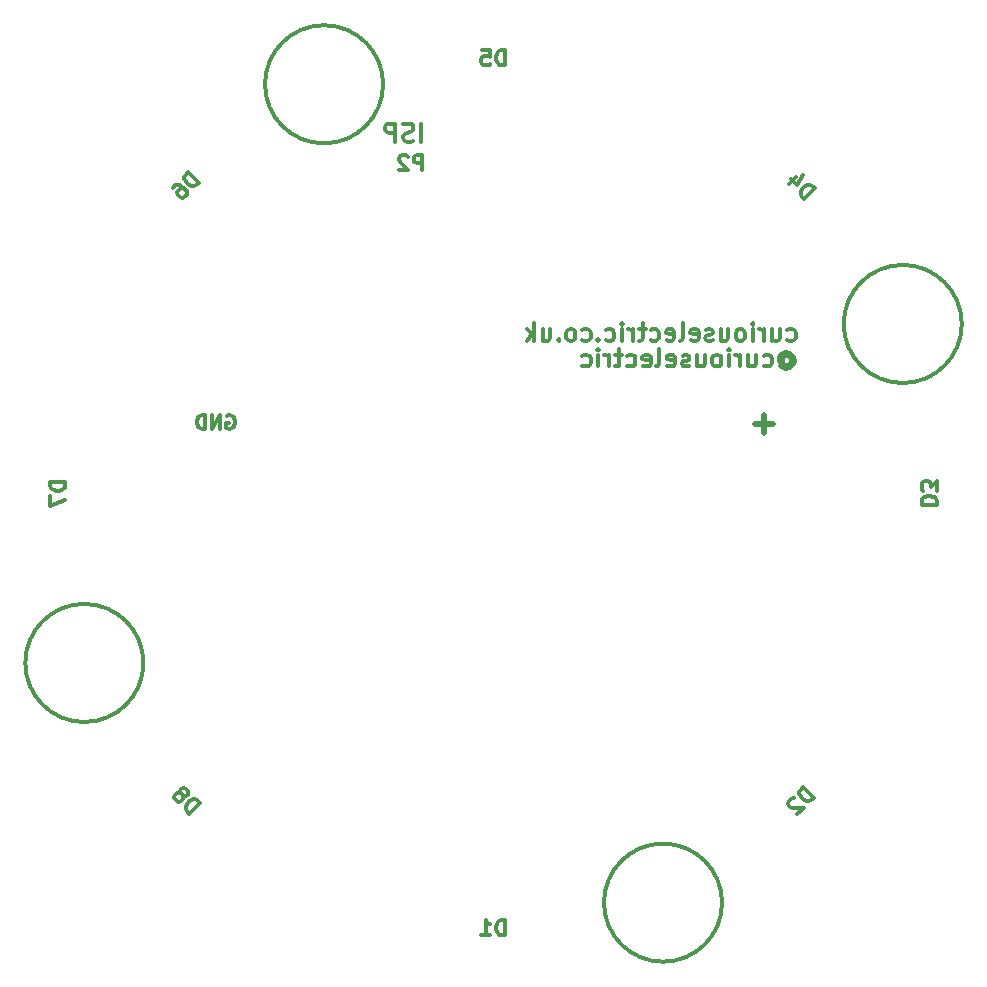
<source format=gbr>
G04 #@! TF.GenerationSoftware,KiCad,Pcbnew,(5.1.0)-1*
G04 #@! TF.CreationDate,2020-05-22T16:47:43+01:00*
G04 #@! TF.ProjectId,Solar8Ball,536f6c61-7238-4426-916c-6c2e6b696361,rev?*
G04 #@! TF.SameCoordinates,PX94225d0PY4cfd790*
G04 #@! TF.FileFunction,Legend,Bot*
G04 #@! TF.FilePolarity,Positive*
%FSLAX46Y46*%
G04 Gerber Fmt 4.6, Leading zero omitted, Abs format (unit mm)*
G04 Created by KiCad (PCBNEW (5.1.0)-1) date 2020-05-22 16:47:43*
%MOMM*%
%LPD*%
G04 APERTURE LIST*
%ADD10C,0.500000*%
%ADD11C,0.300000*%
%ADD12C,0.304800*%
G04 APERTURE END LIST*
D10*
X22098095Y5857143D02*
X23621904Y5857143D01*
X22860000Y5095239D02*
X22860000Y6619048D01*
D11*
X-22580715Y6600000D02*
X-22466429Y6657143D01*
X-22295000Y6657143D01*
X-22123572Y6600000D01*
X-22009286Y6485715D01*
X-21952143Y6371429D01*
X-21895000Y6142858D01*
X-21895000Y5971429D01*
X-21952143Y5742858D01*
X-22009286Y5628572D01*
X-22123572Y5514286D01*
X-22295000Y5457143D01*
X-22409286Y5457143D01*
X-22580715Y5514286D01*
X-22637858Y5571429D01*
X-22637858Y5971429D01*
X-22409286Y5971429D01*
X-23152143Y5457143D02*
X-23152143Y6657143D01*
X-23837858Y5457143D01*
X-23837858Y6657143D01*
X-24409286Y5457143D02*
X-24409286Y6657143D01*
X-24695000Y6657143D01*
X-24866429Y6600000D01*
X-24980715Y6485715D01*
X-25037858Y6371429D01*
X-25095000Y6142858D01*
X-25095000Y5971429D01*
X-25037858Y5742858D01*
X-24980715Y5628572D01*
X-24866429Y5514286D01*
X-24695000Y5457143D01*
X-24409286Y5457143D01*
X24510000Y11465715D02*
X24581428Y11537143D01*
X24724285Y11608572D01*
X24867142Y11608572D01*
X25010000Y11537143D01*
X25081428Y11465715D01*
X25152857Y11322858D01*
X25152857Y11180000D01*
X25081428Y11037143D01*
X25010000Y10965715D01*
X24867142Y10894286D01*
X24724285Y10894286D01*
X24581428Y10965715D01*
X24510000Y11037143D01*
X24510000Y11608572D02*
X24510000Y11037143D01*
X24438571Y10965715D01*
X24367142Y10965715D01*
X24224285Y11037143D01*
X24152857Y11180000D01*
X24152857Y11537143D01*
X24295714Y11751429D01*
X24510000Y11894286D01*
X24795714Y11965715D01*
X25081428Y11894286D01*
X25295714Y11751429D01*
X25438571Y11537143D01*
X25510000Y11251429D01*
X25438571Y10965715D01*
X25295714Y10751429D01*
X25081428Y10608572D01*
X24795714Y10537143D01*
X24510000Y10608572D01*
X24295714Y10751429D01*
X22867142Y10822858D02*
X23010000Y10751429D01*
X23295714Y10751429D01*
X23438571Y10822858D01*
X23510000Y10894286D01*
X23581428Y11037143D01*
X23581428Y11465715D01*
X23510000Y11608572D01*
X23438571Y11680000D01*
X23295714Y11751429D01*
X23010000Y11751429D01*
X22867142Y11680000D01*
X21581428Y11751429D02*
X21581428Y10751429D01*
X22224285Y11751429D02*
X22224285Y10965715D01*
X22152857Y10822858D01*
X22010000Y10751429D01*
X21795714Y10751429D01*
X21652857Y10822858D01*
X21581428Y10894286D01*
X20867142Y10751429D02*
X20867142Y11751429D01*
X20867142Y11465715D02*
X20795714Y11608572D01*
X20724285Y11680000D01*
X20581428Y11751429D01*
X20438571Y11751429D01*
X19938571Y10751429D02*
X19938571Y11751429D01*
X19938571Y12251429D02*
X20010000Y12180000D01*
X19938571Y12108572D01*
X19867142Y12180000D01*
X19938571Y12251429D01*
X19938571Y12108572D01*
X19010000Y10751429D02*
X19152857Y10822858D01*
X19224285Y10894286D01*
X19295714Y11037143D01*
X19295714Y11465715D01*
X19224285Y11608572D01*
X19152857Y11680000D01*
X19010000Y11751429D01*
X18795714Y11751429D01*
X18652857Y11680000D01*
X18581428Y11608572D01*
X18510000Y11465715D01*
X18510000Y11037143D01*
X18581428Y10894286D01*
X18652857Y10822858D01*
X18795714Y10751429D01*
X19010000Y10751429D01*
X17224285Y11751429D02*
X17224285Y10751429D01*
X17867142Y11751429D02*
X17867142Y10965715D01*
X17795714Y10822858D01*
X17652857Y10751429D01*
X17438571Y10751429D01*
X17295714Y10822858D01*
X17224285Y10894286D01*
X16581428Y10822858D02*
X16438571Y10751429D01*
X16152857Y10751429D01*
X16010000Y10822858D01*
X15938571Y10965715D01*
X15938571Y11037143D01*
X16010000Y11180000D01*
X16152857Y11251429D01*
X16367142Y11251429D01*
X16510000Y11322858D01*
X16581428Y11465715D01*
X16581428Y11537143D01*
X16510000Y11680000D01*
X16367142Y11751429D01*
X16152857Y11751429D01*
X16010000Y11680000D01*
X14724285Y10822858D02*
X14867142Y10751429D01*
X15152857Y10751429D01*
X15295714Y10822858D01*
X15367142Y10965715D01*
X15367142Y11537143D01*
X15295714Y11680000D01*
X15152857Y11751429D01*
X14867142Y11751429D01*
X14724285Y11680000D01*
X14652857Y11537143D01*
X14652857Y11394286D01*
X15367142Y11251429D01*
X13795714Y10751429D02*
X13938571Y10822858D01*
X14010000Y10965715D01*
X14010000Y12251429D01*
X12652857Y10822858D02*
X12795714Y10751429D01*
X13081428Y10751429D01*
X13224285Y10822858D01*
X13295714Y10965715D01*
X13295714Y11537143D01*
X13224285Y11680000D01*
X13081428Y11751429D01*
X12795714Y11751429D01*
X12652857Y11680000D01*
X12581428Y11537143D01*
X12581428Y11394286D01*
X13295714Y11251429D01*
X11295714Y10822858D02*
X11438571Y10751429D01*
X11724285Y10751429D01*
X11867142Y10822858D01*
X11938571Y10894286D01*
X12010000Y11037143D01*
X12010000Y11465715D01*
X11938571Y11608572D01*
X11867142Y11680000D01*
X11724285Y11751429D01*
X11438571Y11751429D01*
X11295714Y11680000D01*
X10867142Y11751429D02*
X10295714Y11751429D01*
X10652857Y12251429D02*
X10652857Y10965715D01*
X10581428Y10822858D01*
X10438571Y10751429D01*
X10295714Y10751429D01*
X9795714Y10751429D02*
X9795714Y11751429D01*
X9795714Y11465715D02*
X9724285Y11608572D01*
X9652857Y11680000D01*
X9510000Y11751429D01*
X9367142Y11751429D01*
X8867142Y10751429D02*
X8867142Y11751429D01*
X8867142Y12251429D02*
X8938571Y12180000D01*
X8867142Y12108572D01*
X8795714Y12180000D01*
X8867142Y12251429D01*
X8867142Y12108572D01*
X7510000Y10822858D02*
X7652857Y10751429D01*
X7938571Y10751429D01*
X8081428Y10822858D01*
X8152857Y10894286D01*
X8224285Y11037143D01*
X8224285Y11465715D01*
X8152857Y11608572D01*
X8081428Y11680000D01*
X7938571Y11751429D01*
X7652857Y11751429D01*
X7510000Y11680000D01*
X24866857Y12981858D02*
X25009714Y12910429D01*
X25295428Y12910429D01*
X25438285Y12981858D01*
X25509714Y13053286D01*
X25581142Y13196143D01*
X25581142Y13624715D01*
X25509714Y13767572D01*
X25438285Y13839000D01*
X25295428Y13910429D01*
X25009714Y13910429D01*
X24866857Y13839000D01*
X23581142Y13910429D02*
X23581142Y12910429D01*
X24224000Y13910429D02*
X24224000Y13124715D01*
X24152571Y12981858D01*
X24009714Y12910429D01*
X23795428Y12910429D01*
X23652571Y12981858D01*
X23581142Y13053286D01*
X22866857Y12910429D02*
X22866857Y13910429D01*
X22866857Y13624715D02*
X22795428Y13767572D01*
X22724000Y13839000D01*
X22581142Y13910429D01*
X22438285Y13910429D01*
X21938285Y12910429D02*
X21938285Y13910429D01*
X21938285Y14410429D02*
X22009714Y14339000D01*
X21938285Y14267572D01*
X21866857Y14339000D01*
X21938285Y14410429D01*
X21938285Y14267572D01*
X21009714Y12910429D02*
X21152571Y12981858D01*
X21224000Y13053286D01*
X21295428Y13196143D01*
X21295428Y13624715D01*
X21224000Y13767572D01*
X21152571Y13839000D01*
X21009714Y13910429D01*
X20795428Y13910429D01*
X20652571Y13839000D01*
X20581142Y13767572D01*
X20509714Y13624715D01*
X20509714Y13196143D01*
X20581142Y13053286D01*
X20652571Y12981858D01*
X20795428Y12910429D01*
X21009714Y12910429D01*
X19224000Y13910429D02*
X19224000Y12910429D01*
X19866857Y13910429D02*
X19866857Y13124715D01*
X19795428Y12981858D01*
X19652571Y12910429D01*
X19438285Y12910429D01*
X19295428Y12981858D01*
X19224000Y13053286D01*
X18581142Y12981858D02*
X18438285Y12910429D01*
X18152571Y12910429D01*
X18009714Y12981858D01*
X17938285Y13124715D01*
X17938285Y13196143D01*
X18009714Y13339000D01*
X18152571Y13410429D01*
X18366857Y13410429D01*
X18509714Y13481858D01*
X18581142Y13624715D01*
X18581142Y13696143D01*
X18509714Y13839000D01*
X18366857Y13910429D01*
X18152571Y13910429D01*
X18009714Y13839000D01*
X16724000Y12981858D02*
X16866857Y12910429D01*
X17152571Y12910429D01*
X17295428Y12981858D01*
X17366857Y13124715D01*
X17366857Y13696143D01*
X17295428Y13839000D01*
X17152571Y13910429D01*
X16866857Y13910429D01*
X16724000Y13839000D01*
X16652571Y13696143D01*
X16652571Y13553286D01*
X17366857Y13410429D01*
X15795428Y12910429D02*
X15938285Y12981858D01*
X16009714Y13124715D01*
X16009714Y14410429D01*
X14652571Y12981858D02*
X14795428Y12910429D01*
X15081142Y12910429D01*
X15224000Y12981858D01*
X15295428Y13124715D01*
X15295428Y13696143D01*
X15224000Y13839000D01*
X15081142Y13910429D01*
X14795428Y13910429D01*
X14652571Y13839000D01*
X14581142Y13696143D01*
X14581142Y13553286D01*
X15295428Y13410429D01*
X13295428Y12981858D02*
X13438285Y12910429D01*
X13724000Y12910429D01*
X13866857Y12981858D01*
X13938285Y13053286D01*
X14009714Y13196143D01*
X14009714Y13624715D01*
X13938285Y13767572D01*
X13866857Y13839000D01*
X13724000Y13910429D01*
X13438285Y13910429D01*
X13295428Y13839000D01*
X12866857Y13910429D02*
X12295428Y13910429D01*
X12652571Y14410429D02*
X12652571Y13124715D01*
X12581142Y12981858D01*
X12438285Y12910429D01*
X12295428Y12910429D01*
X11795428Y12910429D02*
X11795428Y13910429D01*
X11795428Y13624715D02*
X11724000Y13767572D01*
X11652571Y13839000D01*
X11509714Y13910429D01*
X11366857Y13910429D01*
X10866857Y12910429D02*
X10866857Y13910429D01*
X10866857Y14410429D02*
X10938285Y14339000D01*
X10866857Y14267572D01*
X10795428Y14339000D01*
X10866857Y14410429D01*
X10866857Y14267572D01*
X9509714Y12981858D02*
X9652571Y12910429D01*
X9938285Y12910429D01*
X10081142Y12981858D01*
X10152571Y13053286D01*
X10224000Y13196143D01*
X10224000Y13624715D01*
X10152571Y13767572D01*
X10081142Y13839000D01*
X9938285Y13910429D01*
X9652571Y13910429D01*
X9509714Y13839000D01*
X8866857Y13053286D02*
X8795428Y12981858D01*
X8866857Y12910429D01*
X8938285Y12981858D01*
X8866857Y13053286D01*
X8866857Y12910429D01*
X7509714Y12981858D02*
X7652571Y12910429D01*
X7938285Y12910429D01*
X8081142Y12981858D01*
X8152571Y13053286D01*
X8224000Y13196143D01*
X8224000Y13624715D01*
X8152571Y13767572D01*
X8081142Y13839000D01*
X7938285Y13910429D01*
X7652571Y13910429D01*
X7509714Y13839000D01*
X6652571Y12910429D02*
X6795428Y12981858D01*
X6866857Y13053286D01*
X6938285Y13196143D01*
X6938285Y13624715D01*
X6866857Y13767572D01*
X6795428Y13839000D01*
X6652571Y13910429D01*
X6438285Y13910429D01*
X6295428Y13839000D01*
X6224000Y13767572D01*
X6152571Y13624715D01*
X6152571Y13196143D01*
X6224000Y13053286D01*
X6295428Y12981858D01*
X6438285Y12910429D01*
X6652571Y12910429D01*
X5509714Y13053286D02*
X5438285Y12981858D01*
X5509714Y12910429D01*
X5581142Y12981858D01*
X5509714Y13053286D01*
X5509714Y12910429D01*
X4152571Y13910429D02*
X4152571Y12910429D01*
X4795428Y13910429D02*
X4795428Y13124715D01*
X4724000Y12981858D01*
X4581142Y12910429D01*
X4366857Y12910429D01*
X4224000Y12981858D01*
X4152571Y13053286D01*
X3438285Y12910429D02*
X3438285Y14410429D01*
X3295428Y13481858D02*
X2866857Y12910429D01*
X2866857Y13910429D02*
X3438285Y13339000D01*
X-9350628Y34645482D02*
G75*
G03X-9350628Y34645482I-5000001J0D01*
G01*
X19350628Y-34645482D02*
G75*
G03X19350628Y-34645482I-4999999J0D01*
G01*
X39645482Y14350629D02*
G75*
G03X39645482Y14350629I-5000000J0D01*
G01*
X-29645483Y-14350629D02*
G75*
G03X-29645483Y-14350629I-4999999J0D01*
G01*
X959523Y-37418095D02*
X959523Y-36118095D01*
X650000Y-36118095D01*
X464285Y-36180000D01*
X340476Y-36303809D01*
X278571Y-36427619D01*
X216666Y-36675238D01*
X216666Y-36860952D01*
X278571Y-37108571D01*
X340476Y-37232380D01*
X464285Y-37356190D01*
X650000Y-37418095D01*
X959523Y-37418095D01*
X-1021429Y-37418095D02*
X-278572Y-37418095D01*
X-650000Y-37418095D02*
X-650000Y-36118095D01*
X-526191Y-36303809D01*
X-402381Y-36427619D01*
X-278572Y-36489523D01*
X26297639Y24905669D02*
X27216878Y25824907D01*
X26998012Y26043774D01*
X26822918Y26131320D01*
X26647825Y26131320D01*
X26516506Y26087547D01*
X26297639Y25956227D01*
X26166319Y25824907D01*
X26035000Y25606041D01*
X25991226Y25474721D01*
X25991226Y25299628D01*
X26078773Y25124535D01*
X26297639Y24905669D01*
X25597267Y26831693D02*
X24984441Y26218867D01*
X26166319Y26963013D02*
X25728587Y26087547D01*
X25159534Y26656600D01*
X959523Y36241905D02*
X959523Y37541905D01*
X650000Y37541905D01*
X464285Y37480000D01*
X340476Y37356191D01*
X278571Y37232381D01*
X216666Y36984762D01*
X216666Y36799048D01*
X278571Y36551429D01*
X340476Y36427620D01*
X464285Y36303810D01*
X650000Y36241905D01*
X959523Y36241905D01*
X-959524Y37541905D02*
X-340477Y37541905D01*
X-278572Y36922858D01*
X-340477Y36984762D01*
X-464286Y37046667D01*
X-773810Y37046667D01*
X-897620Y36984762D01*
X-959524Y36922858D01*
X-1021429Y36799048D01*
X-1021429Y36489524D01*
X-959524Y36365715D01*
X-897620Y36303810D01*
X-773810Y36241905D01*
X-464286Y36241905D01*
X-340477Y36303810D01*
X-278572Y36365715D01*
X-24940669Y26297640D02*
X-25859907Y27216879D01*
X-26078774Y26998013D01*
X-26166320Y26822919D01*
X-26166320Y26647826D01*
X-26122547Y26516507D01*
X-25991227Y26297640D01*
X-25859907Y26166320D01*
X-25641041Y26035001D01*
X-25509721Y25991227D01*
X-25334628Y25991227D01*
X-25159535Y26078774D01*
X-24940669Y26297640D01*
X-27173106Y25903681D02*
X-26998013Y26078774D01*
X-26866693Y26122547D01*
X-26779146Y26122547D01*
X-26560280Y26078774D01*
X-26341413Y25947454D01*
X-25991227Y25597268D01*
X-25947454Y25465948D01*
X-25947454Y25378401D01*
X-25991227Y25247082D01*
X-26166320Y25071988D01*
X-26297640Y25028215D01*
X-26385187Y25028215D01*
X-26516507Y25071988D01*
X-26735373Y25290855D01*
X-26779146Y25422175D01*
X-26779146Y25509721D01*
X-26735373Y25641041D01*
X-26560280Y25816134D01*
X-26428960Y25859907D01*
X-26341413Y25859907D01*
X-26210094Y25816134D01*
X-36241905Y959524D02*
X-37541905Y959524D01*
X-37541905Y650000D01*
X-37480000Y464286D01*
X-37356191Y340477D01*
X-37232381Y278572D01*
X-36984762Y216667D01*
X-36799048Y216667D01*
X-36551429Y278572D01*
X-36427620Y340477D01*
X-36303810Y464286D01*
X-36241905Y650000D01*
X-36241905Y959524D01*
X-37541905Y-216666D02*
X-37541905Y-1083333D01*
X-36241905Y-526190D01*
X-25772361Y-27129331D02*
X-24853122Y-26210093D01*
X-25071988Y-25991226D01*
X-25247082Y-25903680D01*
X-25422175Y-25903680D01*
X-25553494Y-25947453D01*
X-25772361Y-26078773D01*
X-25903681Y-26210093D01*
X-26035000Y-26428959D01*
X-26078774Y-26560279D01*
X-26078774Y-26735372D01*
X-25991227Y-26910465D01*
X-25772361Y-27129331D01*
X-26297640Y-25553493D02*
X-26166320Y-25597267D01*
X-26078774Y-25597267D01*
X-25947454Y-25553493D01*
X-25903681Y-25509720D01*
X-25859907Y-25378400D01*
X-25859907Y-25290854D01*
X-25903681Y-25159534D01*
X-26078774Y-24984441D01*
X-26210094Y-24940668D01*
X-26297640Y-24940668D01*
X-26428960Y-24984441D01*
X-26472733Y-25028214D01*
X-26516507Y-25159534D01*
X-26516507Y-25247081D01*
X-26472733Y-25378400D01*
X-26297640Y-25553493D01*
X-26253867Y-25684813D01*
X-26253867Y-25772360D01*
X-26297640Y-25903680D01*
X-26472733Y-26078773D01*
X-26604053Y-26122546D01*
X-26691600Y-26122546D01*
X-26822919Y-26078773D01*
X-26998013Y-25903680D01*
X-27041786Y-25772360D01*
X-27041786Y-25684813D01*
X-26998013Y-25553493D01*
X-26822919Y-25378400D01*
X-26691600Y-25334627D01*
X-26604053Y-25334627D01*
X-26472733Y-25378400D01*
X27129331Y-25772360D02*
X26210093Y-24853121D01*
X25991226Y-25071987D01*
X25903680Y-25247081D01*
X25903680Y-25422174D01*
X25947453Y-25553493D01*
X26078773Y-25772360D01*
X26210093Y-25903680D01*
X26428959Y-26035000D01*
X26560279Y-26078773D01*
X26735372Y-26078773D01*
X26910465Y-25991226D01*
X27129331Y-25772360D01*
X25422174Y-25816133D02*
X25334627Y-25816133D01*
X25203307Y-25859906D01*
X24984441Y-26078773D01*
X24940668Y-26210093D01*
X24940668Y-26297639D01*
X24984441Y-26428959D01*
X25071987Y-26516506D01*
X25247081Y-26604052D01*
X26297639Y-26604052D01*
X25728587Y-27173105D01*
X36241904Y-959523D02*
X37541904Y-959523D01*
X37541904Y-650000D01*
X37480000Y-464285D01*
X37356190Y-340476D01*
X37232380Y-278571D01*
X36984761Y-216666D01*
X36799047Y-216666D01*
X36551428Y-278571D01*
X36427619Y-340476D01*
X36303809Y-464285D01*
X36241904Y-650000D01*
X36241904Y-959523D01*
X37541904Y216667D02*
X37541904Y1021429D01*
X37046666Y588096D01*
X37046666Y773810D01*
X36984761Y897620D01*
X36922857Y959524D01*
X36799047Y1021429D01*
X36489523Y1021429D01*
X36365714Y959524D01*
X36303809Y897620D01*
X36241904Y773810D01*
X36241904Y402381D01*
X36303809Y278572D01*
X36365714Y216667D01*
X-6025477Y27351905D02*
X-6025477Y28651905D01*
X-6520715Y28651905D01*
X-6644524Y28590000D01*
X-6706429Y28528096D01*
X-6768334Y28404286D01*
X-6768334Y28218572D01*
X-6706429Y28094762D01*
X-6644524Y28032858D01*
X-6520715Y27970953D01*
X-6025477Y27970953D01*
X-7263572Y28528096D02*
X-7325477Y28590000D01*
X-7449286Y28651905D01*
X-7758810Y28651905D01*
X-7882620Y28590000D01*
X-7944524Y28528096D01*
X-8006429Y28404286D01*
X-8006429Y28280477D01*
X-7944524Y28094762D01*
X-7201667Y27351905D01*
X-8006429Y27351905D01*
D12*
X-6132286Y29790572D02*
X-6132286Y31314572D01*
X-6785429Y29863143D02*
X-7003143Y29790572D01*
X-7366000Y29790572D01*
X-7511143Y29863143D01*
X-7583715Y29935715D01*
X-7656286Y30080858D01*
X-7656286Y30226000D01*
X-7583715Y30371143D01*
X-7511143Y30443715D01*
X-7366000Y30516286D01*
X-7075715Y30588858D01*
X-6930572Y30661429D01*
X-6858000Y30734000D01*
X-6785429Y30879143D01*
X-6785429Y31024286D01*
X-6858000Y31169429D01*
X-6930572Y31242000D01*
X-7075715Y31314572D01*
X-7438572Y31314572D01*
X-7656286Y31242000D01*
X-8309429Y29790572D02*
X-8309429Y31314572D01*
X-8890000Y31314572D01*
X-9035143Y31242000D01*
X-9107715Y31169429D01*
X-9180286Y31024286D01*
X-9180286Y30806572D01*
X-9107715Y30661429D01*
X-9035143Y30588858D01*
X-8890000Y30516286D01*
X-8309429Y30516286D01*
M02*

</source>
